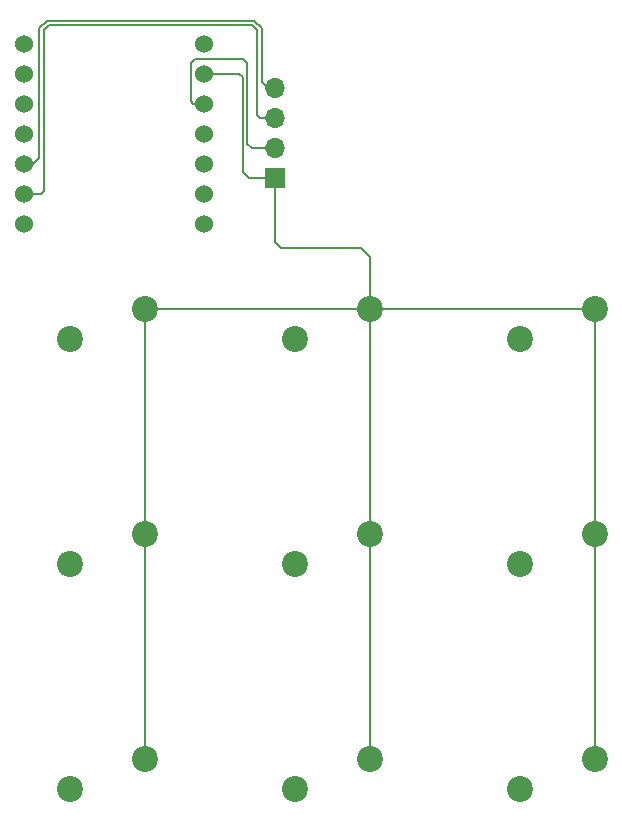
<source format=gbl>
%TF.GenerationSoftware,KiCad,Pcbnew,9.0.6*%
%TF.CreationDate,2025-12-23T13:35:11+01:00*%
%TF.ProjectId,macropad,6d616372-6f70-4616-942e-6b696361645f,rev?*%
%TF.SameCoordinates,Original*%
%TF.FileFunction,Copper,L2,Bot*%
%TF.FilePolarity,Positive*%
%FSLAX46Y46*%
G04 Gerber Fmt 4.6, Leading zero omitted, Abs format (unit mm)*
G04 Created by KiCad (PCBNEW 9.0.6) date 2025-12-23 13:35:11*
%MOMM*%
%LPD*%
G01*
G04 APERTURE LIST*
%TA.AperFunction,ComponentPad*%
%ADD10C,1.524000*%
%TD*%
%TA.AperFunction,ComponentPad*%
%ADD11C,2.200000*%
%TD*%
%TA.AperFunction,ComponentPad*%
%ADD12R,1.700000X1.700000*%
%TD*%
%TA.AperFunction,ComponentPad*%
%ADD13O,1.700000X1.700000*%
%TD*%
%TA.AperFunction,Conductor*%
%ADD14C,0.200000*%
%TD*%
G04 APERTURE END LIST*
D10*
X99760000Y-62510000D03*
X99760000Y-65050000D03*
X99760000Y-67590000D03*
X99760000Y-70130000D03*
X99760000Y-72670000D03*
X99760000Y-75210000D03*
X99760000Y-77750000D03*
X115000000Y-77750000D03*
X115000000Y-75210000D03*
X115000000Y-72670000D03*
X115000000Y-70130000D03*
X115000000Y-67590000D03*
X115000000Y-65050000D03*
X115000000Y-62510000D03*
D11*
X110000000Y-104050000D03*
X103650000Y-106590000D03*
X129050000Y-104050000D03*
X122700000Y-106590000D03*
X129050000Y-85000000D03*
X122700000Y-87540000D03*
X110000000Y-85000000D03*
X103650000Y-87540000D03*
X148100000Y-85000000D03*
X141750000Y-87540000D03*
X110000000Y-123100000D03*
X103650000Y-125640000D03*
X148100000Y-104050000D03*
X141750000Y-106590000D03*
X129050000Y-123100000D03*
X122700000Y-125640000D03*
X148100000Y-123100000D03*
X141750000Y-125640000D03*
D12*
X121000000Y-73876500D03*
D13*
X121000000Y-71336500D03*
X121000000Y-68796500D03*
X121000000Y-66256500D03*
D14*
X99760000Y-75210000D02*
X101230000Y-75210000D01*
X119498000Y-68571000D02*
X119723500Y-68796500D01*
X119723500Y-68796500D02*
X121000000Y-68796500D01*
X101230000Y-75210000D02*
X101453000Y-74987000D01*
X101453000Y-74987000D02*
X101453000Y-61353000D01*
X119097000Y-60952000D02*
X119498000Y-61353000D01*
X119498000Y-61353000D02*
X119498000Y-68571000D01*
X101453000Y-61353000D02*
X101854000Y-60952000D01*
X101854000Y-60952000D02*
X119097000Y-60952000D01*
X118696000Y-70977000D02*
X119055500Y-71336500D01*
X115000000Y-67590000D02*
X114106000Y-67590000D01*
X113884000Y-64160000D02*
X114285000Y-63759000D01*
X119055500Y-71336500D02*
X121000000Y-71336500D01*
X113884000Y-67368000D02*
X113884000Y-64160000D01*
X118295000Y-63759000D02*
X118696000Y-64160000D01*
X114285000Y-63759000D02*
X118295000Y-63759000D01*
X118696000Y-64160000D02*
X118696000Y-70977000D01*
X114106000Y-67590000D02*
X113884000Y-67368000D01*
X129050000Y-85000000D02*
X148100000Y-85000000D01*
X118788500Y-73876500D02*
X118295000Y-73383000D01*
X121503000Y-79799000D02*
X128320000Y-79799000D01*
X121000000Y-73876500D02*
X121000000Y-79296000D01*
X110000000Y-85000000D02*
X129050000Y-85000000D01*
X118295000Y-65363000D02*
X117982000Y-65050000D01*
X129050000Y-80529000D02*
X129050000Y-85000000D01*
X129050000Y-104050000D02*
X129050000Y-85000000D01*
X128320000Y-79799000D02*
X129050000Y-80529000D01*
X148100000Y-85000000D02*
X148100000Y-104050000D01*
X121000000Y-73876500D02*
X118788500Y-73876500D01*
X110000000Y-104050000D02*
X110000000Y-85000000D01*
X118295000Y-73383000D02*
X118295000Y-65363000D01*
X121000000Y-79296000D02*
X121503000Y-79799000D01*
X148100000Y-104050000D02*
X148100000Y-123100000D01*
X110000000Y-123100000D02*
X110000000Y-104050000D01*
X129050000Y-104050000D02*
X129050000Y-123100000D01*
X117982000Y-65050000D02*
X115000000Y-65050000D01*
X101687900Y-60551000D02*
X101052000Y-61186900D01*
X120391500Y-66256500D02*
X119899000Y-65764000D01*
X100562000Y-72670000D02*
X99760000Y-72670000D01*
X119263100Y-60551000D02*
X101687900Y-60551000D01*
X119899000Y-61186900D02*
X119263100Y-60551000D01*
X119899000Y-65764000D02*
X119899000Y-61186900D01*
X101052000Y-61186900D02*
X101052000Y-72180000D01*
X121000000Y-66256500D02*
X120391500Y-66256500D01*
X101052000Y-72180000D02*
X100562000Y-72670000D01*
M02*

</source>
